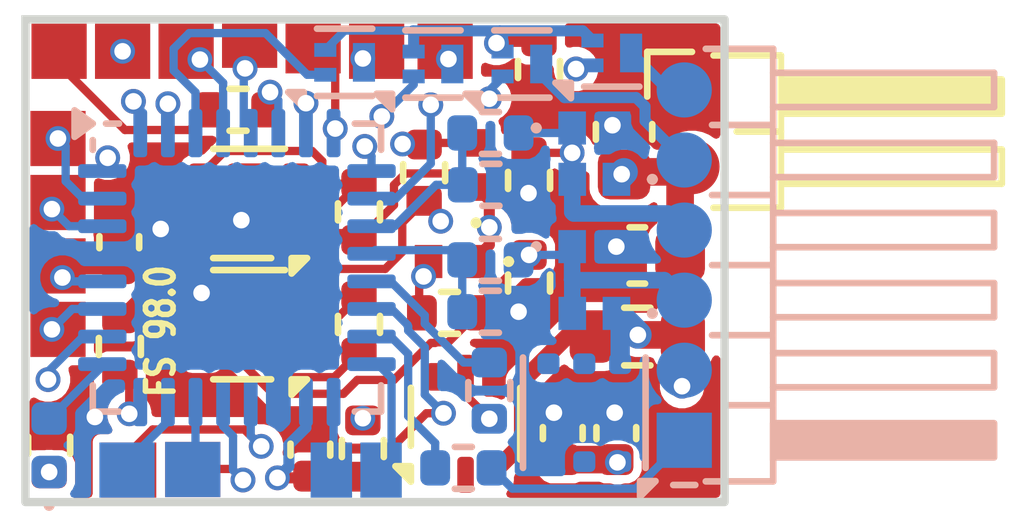
<source format=kicad_pcb>
(kicad_pcb (version 20241229) (generator "pcbnew") (generator_version "9.0")
  (title_block (title "RTB D98 NEM651 Decoder") (date "2026-02-20") (rev "0") (company "Frank Schumacher / Felix Schilberth") (comment 1 "Function Decoder NEM651") (comment 2 "D98.0") (comment 4 "Licensed under the Apache License, Version 2"))
  (layers (0 "F.Cu" signal) (4 "In1.Cu" signal) (6 "In2.Cu" signal) (2 "B.Cu" signal) (13 "F.Paste" user) (15 "B.Paste" user) (5 "F.SilkS" user "F.Silkscreen") (7 "B.SilkS" user "B.Silkscreen") (1 "F.Mask" user) (3 "B.Mask" user) (25 "Edge.Cuts" user))
  (net 0 "")
  (net 1 "GND")
  (net 2 "+5V")
  (net 3 "DCC-b")
  (net 4 "DCC-a")
  (net 5 "RCM.tx")
  (net 6 "UDCC-a")
  (net 7 "UDCC-b")
  (net 8 "UPDI")
  (net 9 "Lr")
  (net 10 "Lf")
  (net 11 "F0r")
  (net 12 "F0f")
  (net 13 "LED.hbt")
  (net 14 "AUX2")
  (net 15 "AUX1")
  (net 16 "SUSI_scl")
  (net 17 "DCC-b'")
  (net 18 "DAC_out")
  (net 19 "AUX8")
  (net 20 "AUX5")
  (net 21 "AUX6")
  (net 22 "SUSI_sda")
  (net 23 "AUX4")
  (net 24 "AUX7")
  (net 25 "ACK")
  (net 26 "P1")
  (net 27 "P2")
  (net 28 "Net-(Q7B-C2)")
  (net 29 "DCC-a'")
  (net 30 "aSENSE")
  (net 31 "Net-(Q7B-B2)")
  (net 35 "CAP_ena")
  (net 36 "SRV_pwr")
  (net 37 "SRV_dat")
  (net 38 "AUX3")
  (net 39 "Net-(D1-K)")
  (net 40 "IN1")
  (net 41 "Net-(Q2A-C1)")
  (net 42 "Net-(Q1A-B1)")
  (net 43 "Net-(Q1B-B2)")
  (net 44 "Net-(Q2A-B1)")
  (net 45 "IN2")
  (net 46 "WS28")
  (net 47 "Net-(J15-Pin_1)")
  (net 48 "Net-(J15-Pin_2)")
  (net 49 "Net-(J22-Pin_1)")
  (net 50 "VTRK")
  (footprint "Connector_PinHeader_1.27mm:PinHeader_1x02_P1.27mm_Horizontal" (layer "F.Cu") (at 63.76 -49.47)
    (property "Reference" "J14" (hide yes))
    (property "Value" "Solder Pad" (hide yes))
  )
  (footprint "Resistor_SMD:R_0402_1005Metric" (layer "F.Cu") (at 57.8 -43.09 90)
    (property "Reference" "R13" (hide yes))
    (property "Value" "22k")
  )
  (footprint "Custom_Parts:Solder_Pad_1x1mm" (layer "F.Cu") (at 55.75 -50.39 180)
    (property "Reference" "J11" (hide yes))
    (property "Value" "pad")
  )
  (footprint "Custom_Parts:Solder_Pad_1x1mm" (layer "F.Cu") (at 59.29 -50.29)
    (property "Reference" "J8" (hide yes))
    (property "Value" "pad")
  )
  (footprint "Resistor_SMD:R_0402_1005Metric" (layer "F.Cu") (at 58.91 -48.09 90)
    (property "Reference" "R1" (hide yes))
    (property "Value" "33k")
  )
  (footprint "Custom_Parts:Solder_Pad_1x1mm" (layer "F.Cu") (at 63.62 -42.95 90)
    (property "Reference" "J3" (hide yes))
    (property "Value" "pad")
  )
  (footprint "Capacitor_SMD:C_0402_1005Metric" (layer "F.Cu") (at 62.39 -43.37 90)
    (property "Reference" "C5" (hide yes))
    (property "Value" "22u/6V")
  )
  (footprint "Capacitor_SMD:C_0402_1005Metric" (layer "F.Cu") (at 56.85 -43.07 90)
    (property "Reference" "C9" (hide yes))
    (property "Value" "22u/6V")
  )
  (footprint "Resistor_SMD:R_0402_1005Metric" (layer "F.Cu") (at 59.37 -45.55 180)
    (property "Reference" "R2" (hide yes))
    (property "Value" "33k")
  )
  (footprint "Resistor_SMD:R_0402_1005Metric" (layer "F.Cu") (at 60.81 -47.95 90)
    (property "Reference" "R11" (hide yes))
    (property "Value" "10k")
  )
  (footprint "Custom_Parts:Solder_Pad_1x1mm" (layer "F.Cu") (at 52.28 -48.71)
    (property "Reference" "J17" (hide yes))
    (property "Value" "pad")
  )
  (footprint "Package_TO_SOT_SMD:SOT-666" (layer "F.Cu") (at 59.66 -43.54 90)
    (property "Reference" "Q7" (hide yes))
    (property "Value" "BC847BDW1")
  )
  (footprint "Custom_Parts:Solder_Pad_1x1mm" (layer "F.Cu") (at 53.56 -42.7 90)
    (property "Reference" "J18" (hide yes))
    (property "Value" "pad")
  )
  (footprint "Resistor_SMD:R_0402_1005Metric" (layer "F.Cu") (at 53.4 -44.94 90)
    (property "Reference" "R6" (hide yes))
    (property "Value" "10k")
  )
  (footprint "Resistor_SMD:R_0402_1005Metric" (layer "F.Cu") (at 57.73 -47.38 90)
    (property "Reference" "R4" (hide yes))
    (property "Value" "33")
  )
  (footprint "RTB:SM5819L2TP" (layer "F.Cu") (at 59.85 -48.23 90)
    (property "Reference" "D7" (hide yes))
    (property "Value" "SM5819L2-TP" (hide yes))
  )
  (footprint "Custom_Parts:Solder_Pad_1x1mm" (layer "F.Cu") (at 56.9 -50.34 180)
    (property "Reference" "J20" (hide yes))
    (property "Value" "pad")
  )
  (footprint "Custom_Parts:Solder_Pad_1x1mm" (layer "F.Cu") (at 53.45 -50.29 90)
    (property "Reference" "J21" (hide yes))
    (property "Value" "pad")
  )
  (footprint "Custom_Parts:Solder_Pad_1x1mm" (layer "F.Cu") (at 58.05 -50.29)
    (property "Reference" "J9" (hide yes))
    (property "Value" "pad")
  )
  (footprint "Package_TO_SOT_SMD:SOT-666" (layer "F.Cu") (at 55.74 -47.5325 180)
    (property "Reference" "Q2" (hide yes))
    (property "Value" "BC857BDW1")
  )
  (footprint "Custom_Parts:Solder_Pad_1x1mm" (layer "F.Cu") (at 52.28 -46.4 180)
    (property "Reference" "J1" (hide yes))
    (property "Value" "pad")
  )
  (footprint "Resistor_SMD:R_0402_1005Metric" (layer "F.Cu") (at 60.81 -46.09 90)
    (property "Reference" "R12" (hide yes))
    (property "Value" "10k")
  )
  (footprint "Resistor_SMD:R_0402_1005Metric" (layer "F.Cu") (at 57.73 -45.34 90)
    (property "Reference" "R5" (hide yes))
    (property "Value" "10k")
  )
  (footprint "Capacitor_SMD:C_0402_1005Metric" (layer "F.Cu") (at 61.42 -43.37 90)
    (property "Reference" "C8" (hide yes))
    (property "Value" "22u/6V")
  )
  (footprint "Resistor_SMD:R_0402_1005Metric" (layer "F.Cu") (at 52.12 -43.15 90)
    (property "Reference" "R3" (hide yes))
    (property "Value" "3.3k")
  )
  (footprint "Resistor_SMD:R_0402_1005Metric" (layer "F.Cu") (at 55.54 -49.23 180)
    (property "Reference" "R16" (hide yes))
    (property "Value" "470")
  )
  (footprint "Capacitor_SMD:C_0402_1005Metric" (layer "F.Cu") (at 53.39 -46.83 90)
    (property "Reference" "C1" (hide yes))
    (property "Value" "22u/6V")
  )
  (footprint "Custom_Parts:Solder_Pad_1x1mm" (layer "F.Cu") (at 54.6 -50.29 180)
    (property "Reference" "J19" (hide yes))
    (property "Value" "pad")
  )
  (footprint "Custom_Parts:Solder_Pad_1x1mm" (layer "F.Cu") (at 54.72 -42.71 -90)
    (property "Reference" "J16" (hide yes))
    (property "Value" "pad")
  )
  (footprint "Custom_Parts:Solder_Pad_1x1mm" (layer "F.Cu") (at 52.3 -50.29)
    (property "Reference" "J22" (hide yes))
    (property "Value" "pad")
  )
  (footprint "Capacitor_SMD:C_0603_1608Metric" (layer "F.Cu") (at 62.77 -46.59 180)
    (property "Reference" "C2" (hide yes))
    (property "Value" "10u/25V")
  )
  (footprint "Resistor_SMD:R_0402_1005Metric" (layer "F.Cu") (at 60.99 -49.96 90)
    (property "Reference" "R19" (hide yes))
    (property "Value" "1")
  )
  (footprint "RTB:SM5819L2TP" (layer "F.Cu") (at 59.39 -46.48 180)
    (property "Reference" "D6" (hide yes))
    (property "Value" "SM5819L2-TP" (hide yes))
  )
  (footprint "Capacitor_SMD:C_0603_1608Metric" (layer "F.Cu") (at 62.53 -48.83 90)
    (property "Reference" "C4" (hide yes))
    (property "Value" "10u/25V")
  )
  (footprint "Custom_Parts:Solder_Pad_1x1mm" (layer "F.Cu") (at 52.28 -45.25 -90)
    (property "Reference" "J2" (hide yes))
    (property "Value" "pad")
  )
  (footprint "Resistor_SMD:R_0603_1608Metric" (layer "F.Cu") (at 62.77 -45.12)
    (property "Reference" "R21" (hide yes))
    (property "Value" "200")
  )
  (footprint "Custom_Parts:Solder_Pad_1x1mm" (layer "F.Cu") (at 52.28 -47.55)
    (property "Reference" "J12" (hide yes))
    (property "Value" "pad")
  )
  (footprint "Package_TO_SOT_SMD:SOT-666" (layer "F.Cu") (at 55.74 -45.335 180)
    (property "Reference" "Q1" (hide yes))
    (property "Value" "BC847BDW1")
  )
  (footprint "LED_SMD:LED_0402_1005Metric" (layer "B.Cu") (at 52.12 -43.15 90)
    (property "Reference" "D1" (hide yes))
    (property "Value" "LED")
  )
  (footprint "RTB:SM5819L2TP" (layer "B.Cu") (at 61.99 -46.75)
    (property "Reference" "D2" (hide yes))
    (property "Value" "SM5819L2-TP" (hide yes))
  )
  (footprint "Resistor_SMD:R_0402_1005Metric" (layer "B.Cu") (at 60.11 -48.81 180)
    (property "Reference" "R7" (hide yes))
    (property "Value" "220k")
  )
  (footprint "Resistor_SMD:R_0402_1005Metric" (layer "B.Cu") (at 60.12 -47.87)
    (property "Reference" "R9" (hide yes))
    (property "Value" "9.1k")
  )
  (footprint "Custom_Parts:Solder_Pad_1x1mm" (layer "B.Cu") (at 58.13 -42.7 90)
    (property "Reference" "J7" (hide yes))
    (property "Value" "pad")
  )
  (footprint "Package_DFN_QFN:Diodes_DFN1006-3" (layer "B.Cu") (at 57.47 -50.09)
    (property "Reference" "Q4" (hide yes))
    (property "Value" "PMZB200UNEYL")
  )
  (footprint "Resistor_SMD:R_0402_1005Metric" (layer "B.Cu") (at 60.09 -44.14 -90)
    (property "Reference" "R15" (hide yes))
    (property "Value" "3.3k")
  )
  (footprint "Resistor_SMD:R_0402_1005Metric" (layer "B.Cu") (at 60.11 -45.57)
    (property "Reference" "R10" (hide yes))
    (property "Value" "9.1k")
  )
  (footprint "Package_DFN_QFN:Diodes_DFN1006-3" (layer "B.Cu") (at 59.07 -50.06)
    (property "Reference" "Q6" (hide yes))
    (property "Value" "PMZB200UNEYL")
  )
  (footprint "Package_DFN_QFN:Diodes_DFN1006-3" (layer "B.Cu") (at 60.68 -50.06)
    (property "Reference" "Q5" (hide yes))
    (property "Value" "PMZB200UNEYL")
  )
  (footprint "Custom_Parts:Solder_Pad_1x1mm" (layer "B.Cu") (at 54.72 -42.71 90)
    (property "Reference" "J10" (hide yes))
    (property "Value" "pad")
  )
  (footprint "Custom_Parts:Solder_Pad_1x1mm" (layer "B.Cu") (at 53.53 -42.7 90)
    (property "Reference" "J6" (hide yes))
    (property "Value" "pad")
  )
  (footprint "Resistor_SMD:R_0402_1005Metric" (layer "B.Cu") (at 59.62 -42.74)
    (property "Reference" "R14" (hide yes))
    (property "Value" "22k")
  )
  (footprint "Package_DFN_QFN:VQFN-32-1EP_5x5mm_P0.5mm_EP3.1x3.1mm" (layer "B.Cu") (at 55.52 -46.37 -90)
    (property "Reference" "U1" (hide yes))
    (property "Value" "AVR-64DA32")
  )
  (footprint "Connector_PinHeader_1.27mm:PinHeader_1x06_P1.27mm_Horizontal" (layer "B.Cu") (at 63.62 -43.24)
    (property "Reference" "J15" (hide yes))
    (property "Value" "NEM651")
  )
  (footprint "Resistor_SMD:R_0402_1005Metric" (layer "B.Cu") (at 60.11 -46.51 180)
    (property "Reference" "R8" (hide yes))
    (property "Value" "220k")
  )
  (footprint "Custom_Parts:Solder_Pad_1x1mm" (layer "B.Cu") (at 57.23 -42.7 90)
    (property "Reference" "J13" (hide yes))
    (property "Value" "pad")
  )
  (footprint "Package_DFN_QFN:Diodes_DFN1006-3" (layer "B.Cu") (at 62.3075 -50.26)
    (property "Reference" "Q3" (hide yes))
    (property "Value" "PMZB200UNEYL")
  )
  (footprint "RTB:SM5819L2TP" (layer "B.Cu") (at 61.99 -48.9)
    (property "Reference" "D5" (hide yes))
    (property "Value" "SM5819L2-TP" (hide yes))
  )
  (footprint "RTB:SM5819L2TP" (layer "B.Cu") (at 61.9925 -47.97 180)
    (property "Reference" "D4" (hide yes))
    (property "Value" "SM5819L2-TP" (hide yes))
  )
  (footprint "Package_SON:WSON-6-1EP_2x2mm_P0.65mm_EP1x1.6mm_ThermalVias" (layer "B.Cu") (at 61.81 -43.74 90)
    (property "Reference" "IC2" (hide yes))
    (property "Value" "NCP730BM")
  )
  (footprint "RTB:SM5819L2TP" (layer "B.Cu") (at 61.9925 -45.54 180)
    (property "Reference" "D3" (hide yes))
    (property "Value" "SM5819L2-TP" (hide yes))
  )
  (gr_rect (start 51.69 -50.87) (end 64.35 -42.12) (stroke (width 0.15)) (fill no) (layer "Edge.Cuts"))
  (gr_text "FS 98.0" (at 54.43 -43.97 90) (layer "F.SilkS") (effects (font (size 0.5 0.4) (thickness 0.1)) (justify left bottom)))
  (segment (start 62.53 -49.605) (end 62.53 -49.16) (width 0.5) (layer "F.Cu") (net 1))
  (segment (start 62.53 -49.16) (end 62.32 -48.95) (width 0.5) (layer "F.Cu") (net 1))
  (segment (start 61.995 -46.64) (end 62.28 -46.64) (width 0.5) (layer "F.Cu") (net 1))
  (segment (start 62.28 -46.64) (end 62.39 -46.75) (width 0.5) (layer "F.Cu") (net 1))
  (via (at 54.14 -47.07) (size 0.45) (drill 0.3) (layers "F.Cu" "B.Cu") (net 1))
  (via (at 54.88 -45.91) (size 0.45) (drill 0.3) (layers "F.Cu" "B.Cu") (net 1))
  (via (at 60.62 -45.57) (size 0.45) (drill 0.3) (layers "F.Cu" "B.Cu") (net 1))
  (via (at 62.39 -46.75) (size 0.45) (drill 0.3) (layers "F.Cu" "B.Cu") (net 1))
  (via (at 62.32 -48.95) (size 0.45) (drill 0.3) (layers "F.Cu" "B.Cu") (net 1))
  (via (at 52.947659 -43.662376) (size 0.45) (drill 0.3) (layers "F.Cu" "B.Cu") (net 1))
  (via (at 60.8 -47.72) (size 0.45) (drill 0.3) (layers "F.Cu" "B.Cu") (net 1))
  (via (at 55.6 -47.23) (size 0.45) (drill 0.3) (layers "F.Cu" "B.Cu") (net 1))
  (segment (start 62.34 -48.9) (end 62.34 -48.93) (width 0.3) (layer "B.Cu") (net 1))
  (segment (start 62.37 -48.9) (end 62.32 -48.95) (width 0.3) (layer "B.Cu") (net 1))
  (segment (start 62.34 -48.93) (end 62.32 -48.95) (width 0.3) (layer "B.Cu") (net 1))
  (segment (start 62.39 -48.9) (end 62.37 -48.9) (width 0.3) (layer "B.Cu") (net 1))
  (segment (start 59.604 -48.076) (end 59.85 -47.83) (width 0.15) (layer "F.Cu") (net 2))
  (segment (start 60.09 -47.1) (end 60.09 -47.59) (width 0.2) (layer "F.Cu") (net 2))
  (segment (start 53.39 -46.35) (end 52.52 -46.35) (width 0.2) (layer "F.Cu") (net 2))
  (segment (start 60.09 -47.59) (end 59.85 -47.83) (width 0.2) (layer "F.Cu") (net 2))
  (segment (start 60.09 -46.78) (end 59.79 -46.48) (width 0.2) (layer "F.Cu") (net 2))
  (segment (start 58.364 -47.504) (end 58.364 -47.868274) (width 0.15) (layer "F.Cu") (net 2))
  (segment (start 58.364 -47.868274) (end 58.571726 -48.076) (width 0.15) (layer "F.Cu") (net 2))
  (segment (start 56.819092 -42.559092) (end 56.85 -42.59) (width 0.2) (layer "F.Cu") (net 2))
  (segment (start 52.28 -46.4) (end 52.28 -46.27) (width 0.15) (layer "F.Cu") (net 2))
  (segment (start 62.39 -42.89) (end 62.39 -42.86) (width 0.2) (layer "F.Cu") (net 2))
  (segment (start 57.605 -46.995) (end 57.73 -46.87) (width 0.15) (layer "F.Cu") (net 2))
  (segment (start 52.28 -46.27) (end 52.36 -46.19) (width 0.15) (layer "F.Cu") (net 2))
  (segment (start 56.253779 -42.559092) (end 56.819092 -42.559092) (width 0.2) (layer "F.Cu") (net 2))
  (segment (start 58.571726 -48.076) (end 59.604 -48.076) (width 0.15) (layer "F.Cu") (net 2))
  (segment (start 56.59 -46.995) (end 57.605 -46.995) (width 0.15) (layer "F.Cu") (net 2))
  (segment (start 57.73 -46.87) (end 58.364 -47.504) (width 0.15) (layer "F.Cu") (net 2))
  (segment (start 52.52 -46.35) (end 52.36 -46.19) (width 0.2) (layer "F.Cu") (net 2))
  (segment (start 62.39 -42.86) (end 62.41 -42.84) (width 0.2) (layer "F.Cu") (net 2))
  (segment (start 60.09 -47.1) (end 60.09 -46.78) (width 0.2) (layer "F.Cu") (net 2))
  (segment (start 61.42 -42.89) (end 62.39 -42.89) (width 0.5) (layer "F.Cu") (net 2))
  (via (at 52.36 -46.19) (size 0.45) (drill 0.3) (layers "F.Cu" "B.Cu") (net 2))
  (via (at 62.41 -42.84) (size 0.45) (drill 0.3) (layers "F.Cu" "B.Cu") (net 2))
  (via (at 56.253779 -42.559092) (size 0.45) (drill 0.3) (layers "F.Cu" "B.Cu") (net 2))
  (via (at 60.09 -47.1) (size 0.45) (drill 0.3) (layers "F.Cu" "B.Cu") (net 2))
  (segment (start 62.46 -42.8525) (end 62.4275 -42.8525) (width 0.2) (layer "B.Cu") (net 2))
  (segment (start 53.0825 -46.12) (end 52.43 -46.12) (width 0.15) (layer "B.Cu") (net 2))
  (segment (start 62.4275 -42.8525) (end 62.39 -42.89) (width 0.2) (layer "B.Cu") (net 2))
  (segment (start 56.461 -43.161) (end 56.461 -42.766313) (width 0.2) (layer "B.Cu") (net 2))
  (segment (start 52.43 -46.12) (end 52.36 -46.19) (width 0.15) (layer "B.Cu") (net 2))
  (segment (start 56.461 -42.766313) (end 56.253779 -42.559092) (width 0.2) (layer "B.Cu") (net 2))
  (segment (start 56.77 -43.9325) (end 56.77 -43.47) (width 0.2) (layer "B.Cu") (net 2))
  (segment (start 56.77 -43.47) (end 56.461 -43.161) (width 0.2) (layer "B.Cu") (net 2))
  (segment (start 59.88 -45.55) (end 59.88 -45.67) (width 0.15) (layer "F.Cu") (net 3))
  (segment (start 57.7 -44.334) (end 58.361708 -44.334) (width 0.15) (layer "F.Cu") (net 3))
  (segment (start 56.17403 -44.083) (end 57.449 -44.083) (width 0.15) (layer "F.Cu") (net 3))
  (segment (start 54.89 -44.7975) (end 55.45953 -44.7975) (width 0.15) (layer "F.Cu") (net 3))
  (segment (start 59.031708 -45.004) (end 59.108274 -45.004) (width 0.15) (layer "F.Cu") (net 3))
  (segment (start 59.120274 -45.016) (end 59.346 -45.016) (width 0.15) (layer "F.Cu") (net 3))
  (segment (start 59.108274 -45.004) (end 59.120274 -45.016) (width 0.15) (layer "F.Cu") (net 3))
  (segment (start 59.346 -45.016) (end 59.88 -45.55) (width 0.15) (layer "F.Cu") (net 3))
  (segment (start 58.361708 -44.334) (end 59.031708 -45.004) (width 0.15) (layer "F.Cu") (net 3))
  (segment (start 55.45953 -44.7975) (end 56.17403 -44.083) (width 0.15) (layer "F.Cu") (net 3))
  (segment (start 57.449 -44.083) (end 57.7 -44.334) (width 0.15) (layer "F.Cu") (net 3))
  (segment (start 59.88 -45.67) (end 60.81 -46.6) (width 0.15) (layer "F.Cu") (net 3))
  (via (at 60.81 -46.6) (size 0.45) (drill 0.3) (layers "F.Cu" "B.Cu") (net 3))
  (segment (start 61.5925 -45.54) (end 61.5925 -45.92) (width 0.3) (layer "B.Cu") (net 3))
  (segment (start 61.599 -46.141) (end 61.59 -46.15) (width 0.3) (layer "B.Cu") (net 3))
  (segment (start 61.44 -46.6) (end 61.59 -46.75) (width 0.15) (layer "B.Cu") (net 3))
  (segment (start 61.59 -46.15) (end 61.59 -46.75) (width 0.3) (layer "B.Cu") (net 3))
  (segment (start 63.62 -45.78) (end 63.259 -46.141) (width 0.3) (layer "B.Cu") (net 3))
  (segment (start 61.5925 -46.1475) (end 61.59 -46.15) (width 0.3) (layer "B.Cu") (net 3))
  (segment (start 60.72 -46.51) (end 60.81 -46.6) (width 0.15) (layer "B.Cu") (net 3))
  (segment (start 60.81 -46.6) (end 61.44 -46.6) (width 0.15) (layer "B.Cu") (net 3))
  (segment (start 60.62 -46.51) (end 60.72 -46.51) (width 0.15) (layer "B.Cu") (net 3))
  (segment (start 61.5825 -45.93) (end 61.5925 -45.92) (width 0.15) (layer "B.Cu") (net 3))
  (segment (start 61.5925 -45.92) (end 61.5925 -46.1475) (width 0.3) (layer "B.Cu") (net 3))
  (segment (start 63.259 -46.141) (end 61.599 -46.141) (width 0.3) (layer "B.Cu") (net 3))
  (segment (start 58.91 -47.58) (end 58.91 -47.51) (width 0.15) (layer "F.Cu") (net 4))
  (segment (start 58.514 -46.654) (end 58.514 -47.184) (width 0.15) (layer "F.Cu") (net 4))
  (segment (start 56.59 -45.8725) (end 57.0635 -46.346) (width 0.15) (layer "F.Cu") (net 4))
  (segment (start 60.82 -48.45) (end 60.81 -48.46) (width 0.15) (layer "F.Cu") (net 4))
  (segment (start 57.0635 -46.346) (end 58.206 -46.346) (width 0.15) (layer "F.Cu") (net 4))
  (segment (start 58.91 -47.51) (end 59.21 -47.21) (width 0.15) (layer "F.Cu") (net 4))
  (segment (start 58.206 -46.346) (end 58.514 -46.654) (width 0.15) (layer "F.Cu") (net 4))
  (segment (start 58.514 -47.184) (end 58.91 -47.58) (width 0.15) (layer "F.Cu") (net 4))
  (segment (start 61.59 -48.45) (end 60.82 -48.45) (width 0.15) (layer "F.Cu") (net 4))
  (via (at 61.59 -48.45) (size 0.45) (drill 0.3) (layers "F.Cu" "B.Cu") (net 4))
  (via (at 59.21 -47.21) (size 0.45) (drill 0.3) (layers "F.Cu" "B.Cu") (net 4))
  (segment (start 61.5925 -47.3775) (end 61.5925 -47.97) (width 0.3) (layer "B.Cu") (net 4))
  (segment (start 61.5 -48.81) (end 61.59 -48.9) (width 0.15) (layer "B.Cu") (net 4))
  (segment (start 61.5 -48.99) (end 61.59 -48.9) (width 0.15) (layer "B.Cu") (net 4))
  (segment (start 61.5925 -48.4475) (end 61.59 -48.45) (width 0.3) (layer "B.Cu") (net 4))
  (segment (start 61.5925 -48.8975) (end 61.59 -48.9) (width 0.3) (layer "B.Cu") (net 4))
  (segment (start 61.5925 -47.97) (end 61.5925 -48.4475) (width 0.3) (layer "B.Cu") (net 4))
  (segment (start 61.619 -47.351) (end 61.5925 -47.3775) (width 0.3) (layer "B.Cu") (net 4))
  (segment (start 63.62 -47.05) (end 63.319 -47.351) (width 0.3) (layer "B.Cu") (net 4))
  (segment (start 63.319 -47.351) (end 61.619 -47.351) (width 0.3) (layer "B.Cu") (net 4))
  (segment (start 61.5925 -47.97) (end 61.5925 -48.8975) (width 0.3) (layer "B.Cu") (net 4))
  (segment (start 60.62 -48.81) (end 61.5 -48.81) (width 0.15) (layer "B.Cu") (net 4))
  (segment (start 53.57 -43.72) (end 53.57 -44.26) (width 0.15) (layer "F.Cu") (net 5))
  (segment (start 53.57 -44.26) (end 53.4 -44.43) (width 0.15) (layer "F.Cu") (net 5))
  (via (at 53.57 -43.72) (size 0.45) (drill 0.3) (layers "F.Cu" "B.Cu") (net 5))
  (segment (start 53.77 -43.9325) (end 53.77 -43.92) (width 0.15) (layer "B.Cu") (net 5))
  (segment (start 53.77 -43.92) (end 53.57 -43.72) (width 0.15) (layer "B.Cu") (net 5))
  (segment (start 57.9575 -47.12) (end 58.376834 -47.12) (width 0.15) (layer "B.Cu") (net 6))
  (segment (start 59.126834 -47.87) (end 59.61 -47.87) (width 0.15) (layer "B.Cu") (net 6))
  (segment (start 59.6 -48.81) (end 59.6 -47.88) (width 0.15) (layer "B.Cu") (net 6))
  (segment (start 59.6 -47.88) (end 59.61 -47.87) (width 0.15) (layer "B.Cu") (net 6))
  (segment (start 58.376834 -47.12) (end 59.126834 -47.87) (width 0.15) (layer "B.Cu") (net 6))
  (segment (start 59.424 -46.686) (end 58.0235 -46.686) (width 0.15) (layer "B.Cu") (net 7))
  (segment (start 59.6 -46.51) (end 59.424 -46.686) (width 0.15) (layer "B.Cu") (net 7))
  (segment (start 58.0235 -46.686) (end 57.9575 -46.62) (width 0.15) (layer "B.Cu") (net 7))
  (segment (start 59.6 -45.57) (end 59.6 -46.51) (width 0.15) (layer "B.Cu") (net 7))
  (segment (start 52.28 -45.25) (end 52.17 -45.25) (width 0.15) (layer "F.Cu") (net 8))
  (via (at 52.17 -45.25) (size 0.45) (drill 0.3) (layers "F.Cu" "B.Cu") (net 8))
  (segment (start 52.17 -45.25) (end 52.54 -45.62) (width 0.15) (layer "B.Cu") (net 8))
  (segment (start 52.54 -45.62) (end 53.0825 -45.62) (width 0.15) (layer "B.Cu") (net 8))
  (segment (start 61.450479 -49.451) (end 62.749 -49.451) (width 0.2) (layer "B.Cu") (net 9))
  (segment (start 62.749 -49.451) (end 62.91 -49.29) (width 0.2) (layer "B.Cu") (net 9))
  (segment (start 61.03 -49.871479) (end 61.03 -50.06) (width 0.2) (layer "B.Cu") (net 9))
  (segment (start 61.450479 -49.451) (end 61.03 -49.871479) (width 0.2) (layer "B.Cu") (net 9))
  (segment (start 62.91 -49.03) (end 62.91 -49.29) (width 0.2) (layer "B.Cu") (net 9))
  (segment (start 63.62 -48.32) (end 62.91 -49.03) (width 0.2) (layer "B.Cu") (net 9))
  (segment (start 63.3275 -49.59) (end 62.6575 -50.26) (width 0.2) (layer "B.Cu") (net 10))
  (segment (start 63.62 -49.59) (end 63.3275 -49.59) (width 0.2) (layer "B.Cu") (net 10))
  (via (at 53.646478 -49.383001) (size 0.45) (drill 0.3) (layers "F.Cu" "B.Cu") (net 11))
  (via (at 60.09 -49.43) (size 0.45) (drill 0.3) (layers "F.Cu" "B.Cu") (net 11))
  (segment (start 60.09 -49.58) (end 60.33 -49.82) (width 0.15) (layer "B.Cu") (net 11))
  (segment (start 53.77 -49.259479) (end 53.646478 -49.383001) (width 0.15) (layer "B.Cu") (net 11))
  (segment (start 53.77 -48.8075) (end 53.77 -49.259479) (width 0.15) (layer "B.Cu") (net 11))
  (segment (start 60.09 -49.43) (end 60.09 -49.58) (width 0.15) (layer "B.Cu") (net 11))
  (segment (start 60.33 -49.82) (end 60.33 -49.835) (width 0.15) (layer "B.Cu") (net 11))
  (via (at 61.66 -49.97) (size 0.45) (drill 0.3) (layers "F.Cu" "B.Cu") (net 12))
  (via (at 53.18 -48.36) (size 0.45) (drill 0.3) (layers "F.Cu" "B.Cu") (net 12))
  (segment (start 61.9575 -50.035) (end 61.725 -50.035) (width 0.15) (layer "B.Cu") (net 12))
  (segment (start 61.725 -50.035) (end 61.66 -49.97) (width 0.15) (layer "B.Cu") (net 12))
  (segment (start 53.0825 -48.2625) (end 53.18 -48.36) (width 0.15) (layer "B.Cu") (net 12))
  (segment (start 53.0825 -48.12) (end 53.0825 -48.2625) (width 0.15) (layer "B.Cu") (net 12))
  (segment (start 53.0825 -44.62) (end 53.0825 -44.5825) (width 0.15) (layer "B.Cu") (net 13))
  (segment (start 53.0825 -44.5825) (end 52.135 -43.635) (width 0.15) (layer "B.Cu") (net 13))
  (segment (start 52.135 -43.635) (end 52.12 -43.635) (width 0.15) (layer "B.Cu") (net 13))
  (segment (start 54.77 -48.8075) (end 54.77 -49.546834) (width 0.15) (layer "B.Cu") (net 14))
  (segment (start 54.77 -49.546834) (end 54.374 -49.942834) (width 0.15) (layer "B.Cu") (net 14))
  (segment (start 54.656834 -50.62) (end 56.038 -50.62) (width 0.15) (layer "B.Cu") (net 14))
  (segment (start 56.793 -49.865) (end 57.12 -49.865) (width 0.15) (layer "B.Cu") (net 14))
  (segment (start 54.374 -49.942834) (end 54.374 -50.337166) (width 0.15) (layer "B.Cu") (net 14))
  (segment (start 56.038 -50.62) (end 56.793 -49.865) (width 0.15) (layer "B.Cu") (net 14))
  (segment (start 54.374 -50.337166) (end 54.656834 -50.62) (width 0.15) (layer "B.Cu") (net 14))
  (via (at 58.143596 -49.109699) (size 0.45) (drill 0.3) (layers "F.Cu" "B.Cu") (net 15))
  (via (at 54.27 -49.34) (size 0.45) (drill 0.3) (layers "F.Cu" "B.Cu") (net 15))
  (segment (start 58.72 -49.686103) (end 58.143596 -49.109699) (width 0.15) (layer "B.Cu") (net 15))
  (segment (start 54.27 -48.8075) (end 54.27 -49.34) (width 0.15) (layer "B.Cu") (net 15))
  (segment (start 58.72 -49.835) (end 58.72 -49.686103) (width 0.15) (layer "B.Cu") (net 15))
  (segment (start 54.27 -43.9325) (end 54.27 -43.585268) (width 0.15) (layer "B.Cu") (net 16))
  (segment (start 54.27 -43.585268) (end 53.53 -42.845268) (width 0.15) (layer "B.Cu") (net 16))
  (segment (start 53.53 -42.845268) (end 53.53 -42.7) (width 0.15) (layer "B.Cu") (net 16))
  (segment (start 58.82 -45.55) (end 58.82 -46.13) (width 0.15) (layer "F.Cu") (net 17))
  (segment (start 58.82 -46.13) (end 58.9 -46.21) (width 0.15) (layer "F.Cu") (net 17))
  (via (at 52.1 -44.34) (size 0.45) (drill 0.3) (layers "F.Cu" "B.Cu") (net 17))
  (via (at 58.9 -46.21) (size 0.45) (drill 0.3) (layers "F.Cu" "B.Cu") (net 17))
  (segment (start 52.1 -44.484732) (end 52.1 -44.34) (width 0.15) (layer "B.Cu") (net 17))
  (segment (start 53.0825 -45.12) (end 52.735268 -45.12) (width 0.15) (layer "B.Cu") (net 17))
  (segment (start 52.735268 -45.12) (end 52.1 -44.484732) (width 0.15) (layer "B.Cu") (net 17))
  (segment (start 58.32 -42.89) (end 58.13 -42.7) (width 0.15) (layer "B.Cu") (net 18))
  (segment (start 58.070002 -44.62) (end 58.32 -44.370002) (width 0.15) (layer "B.Cu") (net 18))
  (segment (start 57.9575 -44.62) (end 58.070002 -44.62) (width 0.15) (layer "B.Cu") (net 18))
  (segment (start 58.32 -44.370002) (end 58.32 -42.89) (width 0.15) (layer "B.Cu") (net 18))
  (via (at 53.45 -50.29) (size 0.45) (drill 0.3) (layers "F.Cu" "B.Cu") (net 19))
  (via (at 57.834689 -48.566372) (size 0.45) (drill 0.3) (layers "F.Cu" "B.Cu") (net 19))
  (segment (start 57.834689 -48.566372) (end 57.834689 -48.510311) (width 0.15) (layer "B.Cu") (net 19))
  (segment (start 57.834689 -48.510311) (end 57.9575 -48.3875) (width 0.15) (layer "B.Cu") (net 19))
  (segment (start 57.9575 -48.3875) (end 57.9575 -48.12) (width 0.15) (layer "B.Cu") (net 19))
  (segment (start 54.7 -50.29) (end 54.85 -50.14) (width 0.15) (layer "F.Cu") (net 20))
  (segment (start 54.6 -50.29) (end 54.7 -50.29) (width 0.15) (layer "F.Cu") (net 20))
  (via (at 54.85 -50.14) (size 0.45) (drill 0.3) (layers "F.Cu" "B.Cu") (net 20))
  (segment (start 54.85 -50.14) (end 55.27 -49.72) (width 0.15) (layer "B.Cu") (net 20))
  (segment (start 55.27 -49.72) (end 55.27 -48.8075) (width 0.15) (layer "B.Cu") (net 20))
  (segment (start 55.75 -50.06361) (end 55.66715 -49.98076) (width 0.15) (layer "F.Cu") (net 21))
  (segment (start 55.75 -50.29) (end 55.75 -50.14) (width 0.15) (layer "F.Cu") (net 21))
  (segment (start 55.75 -50.39) (end 55.75 -50.06361) (width 0.15) (layer "F.Cu") (net 21))
  (via (at 55.66715 -49.98076) (size 0.45) (drill 0.3) (layers "F.Cu" "B.Cu") (net 21))
  (segment (start 55.644 -48.9335) (end 55.77 -48.8075) (width 0.15) (layer "B.Cu") (net 21))
  (segment (start 55.66715 -49.98076) (end 55.644 -49.95761) (width 0.15) (layer "B.Cu") (net 21))
  (segment (start 55.644 -49.95761) (end 55.644 -48.9335) (width 0.15) (layer "B.Cu") (net 21))
  (segment (start 54.77 -43.9325) (end 54.77 -42.76) (width 0.15) (layer "B.Cu") (net 22))
  (segment (start 54.77 -42.76) (end 54.72 -42.71) (width 0.15) (layer "B.Cu") (net 22))
  (segment (start 52.28 -47.55) (end 52.28 -47.54) (width 0.15) (layer "F.Cu") (net 23))
  (segment (start 52.28 -47.54) (end 52.17 -47.43) (width 0.15) (layer "F.Cu") (net 23))
  (via (at 52.17 -47.43) (size 0.45) (drill 0.3) (layers "F.Cu" "B.Cu") (net 23))
  (segment (start 52.48 -47.12) (end 53.0825 -47.12) (width 0.15) (layer "B.Cu") (net 23))
  (segment (start 52.17 -47.43) (end 52.48 -47.12) (width 0.15) (layer "B.Cu") (net 23))
  (segment (start 57.3 -49.94) (end 56.9 -50.34) (width 0.15) (layer "F.Cu") (net 24))
  (segment (start 57.3 -48.89) (end 57.3 -49.94) (width 0.15) (layer "F.Cu") (net 24))
  (via (at 57.3 -48.89) (size 0.45) (drill 0.3) (layers "F.Cu" "B.Cu") (net 24))
  (segment (start 57.27 -48.86) (end 57.3 -48.89) (width 0.15) (layer "B.Cu") (net 24))
  (segment (start 57.27 -48.8075) (end 57.27 -48.86) (width 0.15) (layer "B.Cu") (net 24))
  (segment (start 57.9575 -46.12) (end 57.9675 -46.13) (width 0.15) (layer "B.Cu") (net 25))
  (segment (start 59.626088 -44.65) (end 58.922 -45.354088) (width 0.15) (layer "B.Cu") (net 25))
  (segment (start 58.922 -45.502732) (end 58.304732 -46.12) (width 0.15) (layer "B.Cu") (net 25))
  (segment (start 58.922 -45.354088) (end 58.922 -45.502732) (width 0.15) (layer "B.Cu") (net 25))
  (segment (start 58.304732 -46.12) (end 57.9575 -46.12) (width 0.15) (layer "B.Cu") (net 25))
  (segment (start 60.09 -44.65) (end 59.626088 -44.65) (width 0.15) (layer "B.Cu") (net 25))
  (via (at 59.35 -50.15) (size 0.45) (drill 0.3) (layers "F.Cu" "B.Cu") (net 26))
  (segment (start 59.42 -50.06) (end 59.42 -50.08) (width 0.15) (layer "B.Cu") (net 26))
  (segment (start 59.42 -50.08) (end 59.35 -50.15) (width 0.15) (layer "B.Cu") (net 26))
  (segment (start 57.8 -50.16) (end 58 -50.16) (width 0.2) (layer "F.Cu") (net 27))
  (segment (start 58 -50.16) (end 58.13 -50.29) (width 0.2) (layer "F.Cu") (net 27))
  (via (at 57.8 -50.16) (size 0.45) (drill 0.3) (layers "F.Cu" "B.Cu") (net 27))
  (segment (start 57.82 -50.14) (end 57.8 -50.16) (width 0.2) (layer "B.Cu") (net 27))
  (segment (start 57.82 -50.06) (end 57.82 -50.14) (width 0.2) (layer "B.Cu") (net 27))
  (segment (start 61.545 -45.17) (end 61.945 -45.17) (width 0.3) (layer "F.Cu") (net 28))
  (segment (start 60.686 -44.311) (end 61.545 -45.17) (width 0.3) (layer "F.Cu") (net 28))
  (segment (start 60.1975 -42.69) (end 60.686 -43.1785) (width 0.3) (layer "F.Cu") (net 28))
  (segment (start 60.686 -43.1785) (end 60.686 -44.311) (width 0.3) (layer "F.Cu") (net 28))
  (segment (start 58.53 -48.6) (end 58.52 -48.61) (width 0.15) (layer "F.Cu") (net 29))
  (segment (start 58.91 -48.6) (end 58.53 -48.6) (width 0.15) (layer "F.Cu") (net 29))
  (segment (start 59.85 -48.63) (end 58.94 -48.63) (width 0.15) (layer "F.Cu") (net 29))
  (segment (start 58.94 -48.63) (end 58.91 -48.6) (width 0.15) (layer "F.Cu") (net 29))
  (via (at 56.77 -49.35) (size 0.45) (drill 0.3) (layers "F.Cu" "B.Cu") (net 29))
  (via (at 58.52 -48.61) (size 0.45) (drill 0.3) (layers "F.Cu" "B.Cu") (net 29))
  (segment (start 56.77 -48.8075) (end 56.77 -49.35) (width 0.15) (layer "B.Cu") (net 29))
  (segment (start 60.99 -50.47) (end 60.25 -50.47) (width 0.2) (layer "F.Cu") (net 30))
  (segment (start 60.25 -50.47) (end 60.22 -50.44) (width 0.2) (layer "F.Cu") (net 30))
  (via (at 59.03 -49.32) (size 0.45) (drill 0.3) (layers "F.Cu" "B.Cu") (net 30))
  (via (at 60.22 -50.44) (size 0.45) (drill 0.3) (layers "F.Cu" "B.Cu") (net 30))
  (segment (start 58.72 -50.651) (end 58.71 -50.661) (width 0.2) (layer "B.Cu") (net 30))
  (segment (start 60.33 -50.33) (end 60.22 -50.44) (width 0.2) (layer "B.Cu") (net 30))
  (segment (start 60.28 -50.661) (end 61.7815 -50.661) (width 0.2) (layer "B.Cu") (net 30))
  (segment (start 60.33 -50.285) (end 60.33 -50.611) (width 0.2) (layer "B.Cu") (net 30))
  (segment (start 58.72 -50.285) (end 58.72 -50.651) (width 0.2) (layer "B.Cu") (net 30))
  (segment (start 58.705 -50.666) (end 58.72 -50.651) (width 0.15) (layer "B.Cu") (net 30))
  (segment (start 58.394999 -47.62) (end 59.03 -48.255001) (width 0.15) (layer "B.Cu") (net 30))
  (segment (start 57.9575 -47.62) (end 58.394999 -47.62) (width 0.15) (layer "B.Cu") (net 30))
  (segment (start 57.12 -50.315) (end 57.471 -50.666) (width 0.15) (layer "B.Cu") (net 30))
  (segment (start 57.471 -50.666) (end 58.705 -50.666) (width 0.15) (layer "B.Cu") (net 30))
  (segment (start 60.33 -50.285) (end 60.33 -50.33) (width 0.2) (layer "B.Cu") (net 30))
  (segment (start 61.7815 -50.661) (end 61.9575 -50.485) (width 0.2) (layer "B.Cu") (net 30))
  (segment (start 58.71 -50.661) (end 60.28 -50.661) (width 0.2) (layer "B.Cu") (net 30))
  (segment (start 60.33 -50.611) (end 60.28 -50.661) (width 0.2) (layer "B.Cu") (net 30))
  (segment (start 59.03 -48.255001) (end 59.03 -49.32) (width 0.15) (layer "B.Cu") (net 30))
  (segment (start 59.66 -44.465) (end 59.66 -44.06) (width 0.15) (layer "F.Cu") (net 31))
  (segment (start 59.66 -44.06) (end 60.09 -43.63) (width 0.15) (layer "F.Cu") (net 31))
  (via (at 60.09 -43.63) (size 0.45) (drill 0.3) (layers "F.Cu" "B.Cu") (net 31))
  (segment (start 57.27 -42.74) (end 57.23 -42.7) (width 0.15) (layer "B.Cu") (net 35))
  (segment (start 57.27 -43.9325) (end 57.27 -42.74) (width 0.15) (layer "B.Cu") (net 35))
  (segment (start 55.63 -42.52) (end 55.43 -42.72) (width 0.15) (layer "F.Cu") (net 36))
  (segment (start 55.43 -42.72) (end 55.2 -42.72) (width 0.15) (layer "F.Cu") (net 36))
  (via (at 55.63 -42.52) (size 0.45) (drill 0.3) (layers "F.Cu" "B.Cu") (net 36))
  (segment (start 55.63 -42.52) (end 55.45 -42.7) (width 0.15) (layer "B.Cu") (net 36))
  (segment (start 55.45 -43.315001) (end 55.27 -43.495001) (width 0.15) (layer "B.Cu") (net 36))
  (segment (start 55.45 -42.7) (end 55.45 -43.315001) (width 0.15) (layer "B.Cu") (net 36))
  (segment (start 55.27 -43.495001) (end 55.27 -43.9325) (width 0.15) (layer "B.Cu") (net 36))
  (segment (start 53.994 -43.436) (end 53.56 -43.002) (width 0.15) (layer "F.Cu") (net 37))
  (segment (start 53.56 -43.002) (end 53.56 -42.7) (width 0.15) (layer "F.Cu") (net 37))
  (segment (start 55.654 -43.436) (end 53.994 -43.436) (width 0.15) (layer "F.Cu") (net 37))
  (segment (start 55.96 -43.13) (end 55.654 -43.436) (width 0.15) (layer "F.Cu") (net 37))
  (via (at 55.96 -43.13) (size 0.45) (drill 0.3) (layers "F.Cu" "B.Cu") (net 37))
  (segment (start 55.77 -43.9325) (end 55.77 -43.32) (width 0.15) (layer "B.Cu") (net 37))
  (segment (start 55.77 -43.32) (end 55.96 -43.13) (width 0.15) (layer "B.Cu") (net 37))
  (via (at 52.28 -48.71) (size 0.45) (drill 0.3) (layers "F.Cu" "B.Cu") (net 38))
  (segment (start 53.0825 -47.62) (end 52.735268 -47.62) (width 0.15) (layer "B.Cu") (net 38))
  (segment (start 52.419 -48.571) (end 52.28 -48.71) (width 0.15) (layer "B.Cu") (net 38))
  (segment (start 52.419 -47.936268) (end 52.419 -48.571) (width 0.15) (layer "B.Cu") (net 38))
  (segment (start 52.735268 -47.62) (end 52.419 -47.936268) (width 0.15) (layer "B.Cu") (net 38))
  (segment (start 52.12 -42.64) (end 52.12 -42.665) (width 0.15) (layer "F.Cu") (net 39))
  (via (at 52.12 -42.665) (size 0.45) (drill 0.3) (layers "F.Cu" "B.Cu") (net 39))
  (segment (start 58.95 -43.73) (end 57.8 -42.58) (width 0.15) (layer "F.Cu") (net 40))
  (segment (start 59.26 -43.73) (end 58.95 -43.73) (width 0.15) (layer "F.Cu") (net 40))
  (via (at 59.26 -43.73) (size 0.45) (drill 0.3) (layers "F.Cu" "B.Cu") (net 40))
  (segment (start 57.9575 -45.62) (end 58.320677 -45.62) (width 0.15) (layer "B.Cu") (net 40))
  (segment (start 58.922 -44.068) (end 59.26 -43.73) (width 0.15) (layer "B.Cu") (net 40))
  (segment (start 58.922 -44.92841) (end 58.922 -44.068) (width 0.15) (layer "B.Cu") (net 40))
  (segment (start 58.61 -45.330677) (end 58.61 -45.314732) (width 0.15) (layer "B.Cu") (net 40))
  (segment (start 58.320677 -45.62) (end 58.61 -45.330677) (width 0.15) (layer "B.Cu") (net 40))
  (segment (start 58.621 -45.22941) (end 58.922 -44.92841) (width 0.15) (layer "B.Cu") (net 40))
  (segment (start 58.621 -45.303732) (end 58.621 -45.22941) (width 0.15) (layer "B.Cu") (net 40))
  (segment (start 58.61 -45.314732) (end 58.621 -45.303732) (width 0.15) (layer "B.Cu") (net 40))
  (segment (start 53.4 -45.45) (end 53.4 -45.505) (width 0.15) (layer "F.Cu") (net 41))
  (segment (start 54.815 -47.5325) (end 54.815 -47.07) (width 0.15) (layer "F.Cu") (net 41))
  (segment (start 53.4 -45.505) (end 54.89 -46.995) (width 0.15) (layer "F.Cu") (net 41))
  (segment (start 54.815 -47.07) (end 54.89 -46.995) (width 0.15) (layer "F.Cu") (net 41))
  (segment (start 56.340001 -45.335) (end 56.114 -45.561001) (width 0.15) (layer "F.Cu") (net 42))
  (segment (start 57.215 -45.335) (end 57.73 -45.85) (width 0.15) (layer "F.Cu") (net 42))
  (segment (start 56.114 -47.843999) (end 56.340001 -48.07) (width 0.15) (layer "F.Cu") (net 42))
  (segment (start 56.665 -45.335) (end 56.340001 -45.335) (width 0.15) (layer "F.Cu") (net 42))
  (segment (start 56.665 -45.335) (end 57.215 -45.335) (width 0.15) (layer "F.Cu") (net 42))
  (segment (start 56.59 -45.26) (end 56.665 -45.335) (width 0.15) (layer "F.Cu") (net 42))
  (segment (start 56.59 -44.7975) (end 56.59 -45.26) (width 0.15) (layer "F.Cu") (net 42))
  (segment (start 56.340001 -48.07) (end 56.59 -48.07) (width 0.15) (layer "F.Cu") (net 42))
  (segment (start 56.114 -45.561001) (end 56.114 -47.843999) (width 0.15) (layer "F.Cu") (net 42))
  (segment (start 56.298708 -44.384) (end 57.284 -44.384) (width 0.15) (layer "F.Cu") (net 43))
  (segment (start 57.284 -44.384) (end 57.73 -44.83) (width 0.15) (layer "F.Cu") (net 43))
  (segment (start 55.347708 -45.335) (end 56.298708 -44.384) (width 0.15) (layer "F.Cu") (net 43))
  (segment (start 54.815 -45.335) (end 55.347708 -45.335) (width 0.15) (layer "F.Cu") (net 43))
  (segment (start 57.18 -47.89) (end 57.73 -47.89) (width 0.15) (layer "F.Cu") (net 44))
  (segment (start 56.881292 -48.4835) (end 57.066 -48.298792) (width 0.15) (layer "F.Cu") (net 44))
  (segment (start 56.665 -47.5325) (end 57.3725 -47.5325) (width 0.15) (layer "F.Cu") (net 44))
  (segment (start 54.89 -48.07) (end 55.3035 -48.4835) (width 0.15) (layer "F.Cu") (net 44))
  (segment (start 57.3725 -47.5325) (end 57.73 -47.89) (width 0.15) (layer "F.Cu") (net 44))
  (segment (start 57.066 -48.004) (end 57.18 -47.89) (width 0.15) (layer "F.Cu") (net 44))
  (segment (start 55.3035 -48.4835) (end 56.881292 -48.4835) (width 0.15) (layer "F.Cu") (net 44))
  (segment (start 57.066 -48.298792) (end 57.066 -48.004) (width 0.15) (layer "F.Cu") (net 44))
  (segment (start 58.304732 -45.12) (end 58.621 -44.803732) (width 0.15) (layer "B.Cu") (net 45))
  (segment (start 57.9575 -45.12) (end 58.304732 -45.12) (width 0.15) (layer "B.Cu") (net 45))
  (segment (start 59.11 -43.191) (end 59.11 -42.74) (width 0.15) (layer "B.Cu") (net 45))
  (segment (start 58.621 -43.68) (end 59.11 -43.191) (width 0.15) (layer "B.Cu") (net 45))
  (segment (start 58.621 -44.803732) (end 58.621 -43.68) (width 0.15) (layer "B.Cu") (net 45))
  (via (at 56.12 -49.55) (size 0.45) (drill 0.3) (layers "F.Cu" "B.Cu") (net 46))
  (segment (start 56.27 -49.4) (end 56.12 -49.55) (width 0.15) (layer "B.Cu") (net 46))
  (segment (start 56.27 -48.8075) (end 56.27 -49.4) (width 0.15) (layer "B.Cu") (net 46))
  (segment (start 60.506 -42.364) (end 60.13 -42.74) (width 0.15) (layer "B.Cu") (net 47))
  (segment (start 63.62 -43.24) (end 62.744 -42.364) (width 0.15) (layer "B.Cu") (net 47))
  (segment (start 62.744 -42.364) (end 60.506 -42.364) (width 0.15) (layer "B.Cu") (net 47))
  (segment (start 57.8 -43.6) (end 57.8 -43.64) (width 0.15) (layer "F.Cu") (net 48))
  (via (at 57.8 -43.64) (size 0.45) (drill 0.3) (layers "F.Cu" "B.Cu") (net 48))
  (via (at 63.58 -44.22) (size 0.45) (drill 0.3) (layers "F.Cu" "B.Cu") (net 48))
  (segment (start 63.62 -44.51) (end 63.62 -44.26) (width 0.15) (layer "B.Cu") (net 48))
  (segment (start 63.62 -44.26) (end 63.58 -44.22) (width 0.15) (layer "B.Cu") (net 48))
  (segment (start 52.3 -50.056313) (end 53.492313 -48.864) (width 0.15) (layer "F.Cu") (net 49))
  (segment (start 54.664 -48.864) (end 55.03 -49.23) (width 0.15) (layer "F.Cu") (net 49))
  (segment (start 53.492313 -48.864) (end 54.664 -48.864) (width 0.15) (layer "F.Cu") (net 49))
  (segment (start 52.3 -50.29) (end 52.3 -50.056313) (width 0.15) (layer "F.Cu") (net 49))
  (segment (start 62.78 -45.15) (end 63.575 -45.15) (width 0.5) (layer "F.Cu") (net 50))
  (segment (start 63.595 -45.17) (end 63.595 -46.59) (width 0.5) (layer "F.Cu") (net 50))
  (segment (start 63.575 -45.15) (end 63.595 -45.17) (width 0.5) (layer "F.Cu") (net 50))
  (segment (start 63.545 -47.985) (end 63.76 -48.2) (width 0.5) (layer "F.Cu") (net 50))
  (segment (start 63.665 -48.105) (end 63.76 -48.2) (width 0.5) (layer "F.Cu") (net 50))
  (segment (start 62.53 -48.105) (end 63.665 -48.105) (width 0.5) (layer "F.Cu") (net 50))
  (segment (start 63.595 -46.59) (end 63.545 -46.64) (width 0.5) (layer "F.Cu") (net 50))
  (segment (start 63.545 -46.64) (end 63.545 -47.985) (width 0.5) (layer "F.Cu") (net 50))
  (via (at 62.78 -45.15) (size 0.45) (drill 0.3) (layers "F.Cu" "B.Cu") (net 50))
  (via (at 62.4875 -48.0625) (size 0.45) (drill 0.3) (layers "F.Cu" "B.Cu") (net 50))
  (segment (start 62.3925 -47.97) (end 62.395 -47.97) (width 0.5) (layer "B.Cu") (net 50))
  (segment (start 62.46 -45.4725) (end 62.3925 -45.54) (width 0.35) (layer "B.Cu") (net 50))
  (segment (start 62.46 -44.6275) (end 62.46 -45.4725) (width 0.35) (layer "B.Cu") (net 50))
  (segment (start 62.4875 -48.0625) (end 62.53 -48.105) (width 0.5) (layer "B.Cu") (net 50))
  (segment (start 62.395 -47.97) (end 62.4875 -48.0625) (width 0.5) (layer "B.Cu") (net 50))
  (segment (start 62.3925 -45.5375) (end 62.78 -45.15) (width 0.5) (layer "B.Cu") (net 50))
  (segment (start 62.3925 -45.54) (end 62.3925 -45.5375) (width 0.5) (layer "B.Cu") (net 50))
  (zone (net 1) (net_name "GND") (layers "F.Cu" "B.Cu" "In1.Cu") (connect_pads yes (clearance 0.15)) (min_thickness 0.15) (fill yes (thermal_gap 0.5) (thermal_bridge_width 0.5))
    (polygon (pts (xy 51.23 -51.22) (xy 64.73 -51.22) (xy 64.73 -41.72) (xy 51.23 -41.72)))
  )
)
</source>
